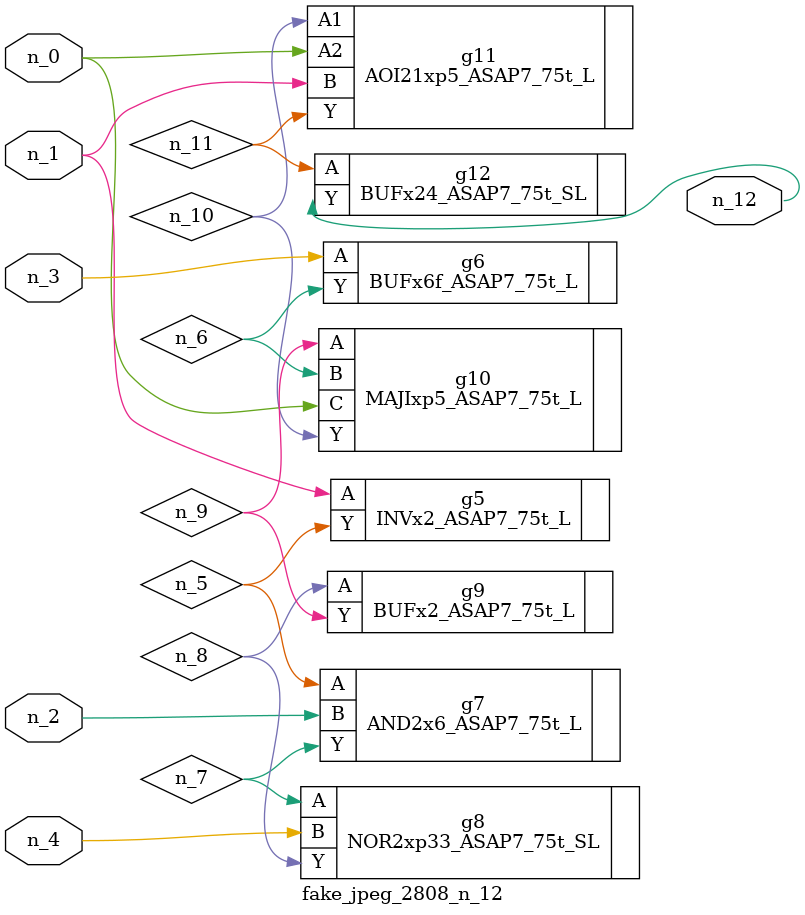
<source format=v>
module fake_jpeg_2808_n_12 (n_3, n_2, n_1, n_0, n_4, n_12);

input n_3;
input n_2;
input n_1;
input n_0;
input n_4;

output n_12;

wire n_11;
wire n_10;
wire n_8;
wire n_9;
wire n_6;
wire n_5;
wire n_7;

INVx2_ASAP7_75t_L g5 ( 
.A(n_1),
.Y(n_5)
);

BUFx6f_ASAP7_75t_L g6 ( 
.A(n_3),
.Y(n_6)
);

AND2x6_ASAP7_75t_L g7 ( 
.A(n_5),
.B(n_2),
.Y(n_7)
);

NOR2xp33_ASAP7_75t_SL g8 ( 
.A(n_7),
.B(n_4),
.Y(n_8)
);

BUFx2_ASAP7_75t_L g9 ( 
.A(n_8),
.Y(n_9)
);

MAJIxp5_ASAP7_75t_L g10 ( 
.A(n_9),
.B(n_6),
.C(n_0),
.Y(n_10)
);

AOI21xp5_ASAP7_75t_L g11 ( 
.A1(n_10),
.A2(n_0),
.B(n_1),
.Y(n_11)
);

BUFx24_ASAP7_75t_SL g12 ( 
.A(n_11),
.Y(n_12)
);


endmodule
</source>
